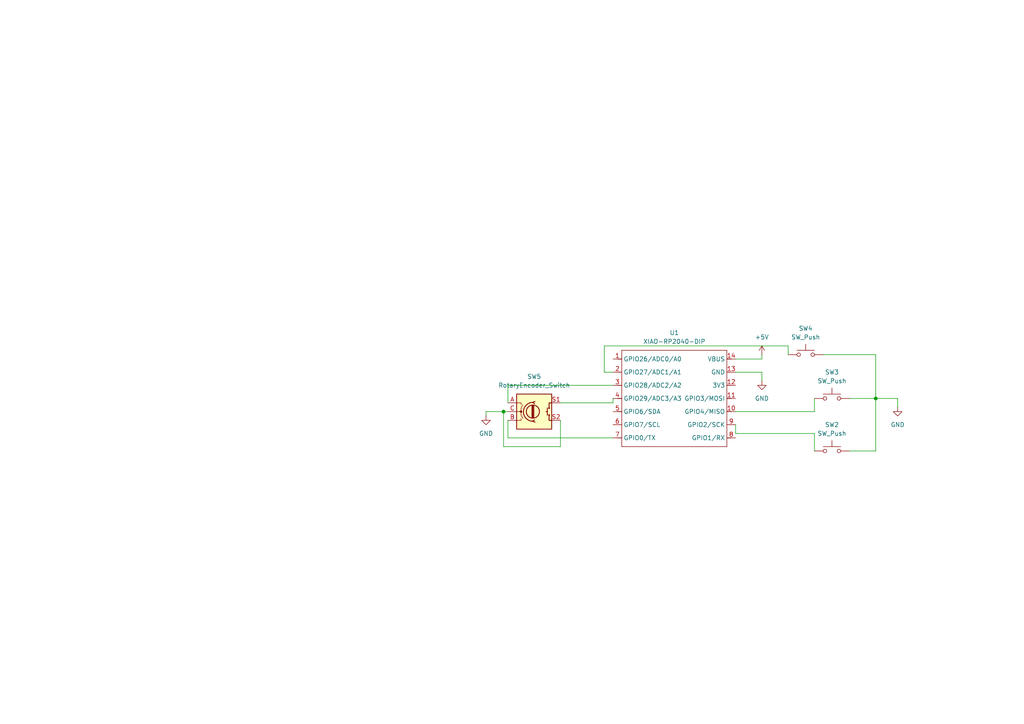
<source format=kicad_sch>
(kicad_sch
	(version 20231120)
	(generator "eeschema")
	(generator_version "8.0")
	(uuid "e93d1a85-ed78-4777-b6c3-d9d128fe0685")
	(paper "A4")
	(lib_symbols
		(symbol "Device:RotaryEncoder_Switch"
			(pin_names
				(offset 0.254) hide)
			(exclude_from_sim no)
			(in_bom yes)
			(on_board yes)
			(property "Reference" "SW"
				(at 0 6.604 0)
				(effects
					(font
						(size 1.27 1.27)
					)
				)
			)
			(property "Value" "RotaryEncoder_Switch"
				(at 0 -6.604 0)
				(effects
					(font
						(size 1.27 1.27)
					)
				)
			)
			(property "Footprint" ""
				(at -3.81 4.064 0)
				(effects
					(font
						(size 1.27 1.27)
					)
					(hide yes)
				)
			)
			(property "Datasheet" "~"
				(at 0 6.604 0)
				(effects
					(font
						(size 1.27 1.27)
					)
					(hide yes)
				)
			)
			(property "Description" "Rotary encoder, dual channel, incremental quadrate outputs, with switch"
				(at 0 0 0)
				(effects
					(font
						(size 1.27 1.27)
					)
					(hide yes)
				)
			)
			(property "ki_keywords" "rotary switch encoder switch push button"
				(at 0 0 0)
				(effects
					(font
						(size 1.27 1.27)
					)
					(hide yes)
				)
			)
			(property "ki_fp_filters" "RotaryEncoder*Switch*"
				(at 0 0 0)
				(effects
					(font
						(size 1.27 1.27)
					)
					(hide yes)
				)
			)
			(symbol "RotaryEncoder_Switch_0_1"
				(rectangle
					(start -5.08 5.08)
					(end 5.08 -5.08)
					(stroke
						(width 0.254)
						(type default)
					)
					(fill
						(type background)
					)
				)
				(circle
					(center -3.81 0)
					(radius 0.254)
					(stroke
						(width 0)
						(type default)
					)
					(fill
						(type outline)
					)
				)
				(circle
					(center -0.381 0)
					(radius 1.905)
					(stroke
						(width 0.254)
						(type default)
					)
					(fill
						(type none)
					)
				)
				(arc
					(start -0.381 2.667)
					(mid -3.0988 -0.0635)
					(end -0.381 -2.794)
					(stroke
						(width 0.254)
						(type default)
					)
					(fill
						(type none)
					)
				)
				(polyline
					(pts
						(xy -0.635 -1.778) (xy -0.635 1.778)
					)
					(stroke
						(width 0.254)
						(type default)
					)
					(fill
						(type none)
					)
				)
				(polyline
					(pts
						(xy -0.381 -1.778) (xy -0.381 1.778)
					)
					(stroke
						(width 0.254)
						(type default)
					)
					(fill
						(type none)
					)
				)
				(polyline
					(pts
						(xy -0.127 1.778) (xy -0.127 -1.778)
					)
					(stroke
						(width 0.254)
						(type default)
					)
					(fill
						(type none)
					)
				)
				(polyline
					(pts
						(xy 3.81 0) (xy 3.429 0)
					)
					(stroke
						(width 0.254)
						(type default)
					)
					(fill
						(type none)
					)
				)
				(polyline
					(pts
						(xy 3.81 1.016) (xy 3.81 -1.016)
					)
					(stroke
						(width 0.254)
						(type default)
					)
					(fill
						(type none)
					)
				)
				(polyline
					(pts
						(xy -5.08 -2.54) (xy -3.81 -2.54) (xy -3.81 -2.032)
					)
					(stroke
						(width 0)
						(type default)
					)
					(fill
						(type none)
					)
				)
				(polyline
					(pts
						(xy -5.08 2.54) (xy -3.81 2.54) (xy -3.81 2.032)
					)
					(stroke
						(width 0)
						(type default)
					)
					(fill
						(type none)
					)
				)
				(polyline
					(pts
						(xy 0.254 -3.048) (xy -0.508 -2.794) (xy 0.127 -2.413)
					)
					(stroke
						(width 0.254)
						(type default)
					)
					(fill
						(type none)
					)
				)
				(polyline
					(pts
						(xy 0.254 2.921) (xy -0.508 2.667) (xy 0.127 2.286)
					)
					(stroke
						(width 0.254)
						(type default)
					)
					(fill
						(type none)
					)
				)
				(polyline
					(pts
						(xy 5.08 -2.54) (xy 4.318 -2.54) (xy 4.318 -1.016)
					)
					(stroke
						(width 0.254)
						(type default)
					)
					(fill
						(type none)
					)
				)
				(polyline
					(pts
						(xy 5.08 2.54) (xy 4.318 2.54) (xy 4.318 1.016)
					)
					(stroke
						(width 0.254)
						(type default)
					)
					(fill
						(type none)
					)
				)
				(polyline
					(pts
						(xy -5.08 0) (xy -3.81 0) (xy -3.81 -1.016) (xy -3.302 -2.032)
					)
					(stroke
						(width 0)
						(type default)
					)
					(fill
						(type none)
					)
				)
				(polyline
					(pts
						(xy -4.318 0) (xy -3.81 0) (xy -3.81 1.016) (xy -3.302 2.032)
					)
					(stroke
						(width 0)
						(type default)
					)
					(fill
						(type none)
					)
				)
				(circle
					(center 4.318 -1.016)
					(radius 0.127)
					(stroke
						(width 0.254)
						(type default)
					)
					(fill
						(type none)
					)
				)
				(circle
					(center 4.318 1.016)
					(radius 0.127)
					(stroke
						(width 0.254)
						(type default)
					)
					(fill
						(type none)
					)
				)
			)
			(symbol "RotaryEncoder_Switch_1_1"
				(pin passive line
					(at -7.62 2.54 0)
					(length 2.54)
					(name "A"
						(effects
							(font
								(size 1.27 1.27)
							)
						)
					)
					(number "A"
						(effects
							(font
								(size 1.27 1.27)
							)
						)
					)
				)
				(pin passive line
					(at -7.62 -2.54 0)
					(length 2.54)
					(name "B"
						(effects
							(font
								(size 1.27 1.27)
							)
						)
					)
					(number "B"
						(effects
							(font
								(size 1.27 1.27)
							)
						)
					)
				)
				(pin passive line
					(at -7.62 0 0)
					(length 2.54)
					(name "C"
						(effects
							(font
								(size 1.27 1.27)
							)
						)
					)
					(number "C"
						(effects
							(font
								(size 1.27 1.27)
							)
						)
					)
				)
				(pin passive line
					(at 7.62 2.54 180)
					(length 2.54)
					(name "S1"
						(effects
							(font
								(size 1.27 1.27)
							)
						)
					)
					(number "S1"
						(effects
							(font
								(size 1.27 1.27)
							)
						)
					)
				)
				(pin passive line
					(at 7.62 -2.54 180)
					(length 2.54)
					(name "S2"
						(effects
							(font
								(size 1.27 1.27)
							)
						)
					)
					(number "S2"
						(effects
							(font
								(size 1.27 1.27)
							)
						)
					)
				)
			)
		)
		(symbol "Seeed_Studio_XIAO_Series:XIAO-RP2040-DIP"
			(exclude_from_sim no)
			(in_bom yes)
			(on_board yes)
			(property "Reference" "U"
				(at 0 0 0)
				(effects
					(font
						(size 1.27 1.27)
					)
				)
			)
			(property "Value" "XIAO-RP2040-DIP"
				(at 5.334 -1.778 0)
				(effects
					(font
						(size 1.27 1.27)
					)
				)
			)
			(property "Footprint" "Module:MOUDLE14P-XIAO-DIP-SMD"
				(at 14.478 -32.258 0)
				(effects
					(font
						(size 1.27 1.27)
					)
					(hide yes)
				)
			)
			(property "Datasheet" ""
				(at 0 0 0)
				(effects
					(font
						(size 1.27 1.27)
					)
					(hide yes)
				)
			)
			(property "Description" ""
				(at 0 0 0)
				(effects
					(font
						(size 1.27 1.27)
					)
					(hide yes)
				)
			)
			(symbol "XIAO-RP2040-DIP_1_0"
				(polyline
					(pts
						(xy -1.27 -30.48) (xy -1.27 -16.51)
					)
					(stroke
						(width 0.1524)
						(type solid)
					)
					(fill
						(type none)
					)
				)
				(polyline
					(pts
						(xy -1.27 -27.94) (xy -2.54 -27.94)
					)
					(stroke
						(width 0.1524)
						(type solid)
					)
					(fill
						(type none)
					)
				)
				(polyline
					(pts
						(xy -1.27 -24.13) (xy -2.54 -24.13)
					)
					(stroke
						(width 0.1524)
						(type solid)
					)
					(fill
						(type none)
					)
				)
				(polyline
					(pts
						(xy -1.27 -20.32) (xy -2.54 -20.32)
					)
					(stroke
						(width 0.1524)
						(type solid)
					)
					(fill
						(type none)
					)
				)
				(polyline
					(pts
						(xy -1.27 -16.51) (xy -2.54 -16.51)
					)
					(stroke
						(width 0.1524)
						(type solid)
					)
					(fill
						(type none)
					)
				)
				(polyline
					(pts
						(xy -1.27 -16.51) (xy -1.27 -12.7)
					)
					(stroke
						(width 0.1524)
						(type solid)
					)
					(fill
						(type none)
					)
				)
				(polyline
					(pts
						(xy -1.27 -12.7) (xy -2.54 -12.7)
					)
					(stroke
						(width 0.1524)
						(type solid)
					)
					(fill
						(type none)
					)
				)
				(polyline
					(pts
						(xy -1.27 -12.7) (xy -1.27 -8.89)
					)
					(stroke
						(width 0.1524)
						(type solid)
					)
					(fill
						(type none)
					)
				)
				(polyline
					(pts
						(xy -1.27 -8.89) (xy -2.54 -8.89)
					)
					(stroke
						(width 0.1524)
						(type solid)
					)
					(fill
						(type none)
					)
				)
				(polyline
					(pts
						(xy -1.27 -8.89) (xy -1.27 -5.08)
					)
					(stroke
						(width 0.1524)
						(type solid)
					)
					(fill
						(type none)
					)
				)
				(polyline
					(pts
						(xy -1.27 -5.08) (xy -2.54 -5.08)
					)
					(stroke
						(width 0.1524)
						(type solid)
					)
					(fill
						(type none)
					)
				)
				(polyline
					(pts
						(xy -1.27 -5.08) (xy -1.27 -2.54)
					)
					(stroke
						(width 0.1524)
						(type solid)
					)
					(fill
						(type none)
					)
				)
				(polyline
					(pts
						(xy -1.27 -2.54) (xy 29.21 -2.54)
					)
					(stroke
						(width 0.1524)
						(type solid)
					)
					(fill
						(type none)
					)
				)
				(polyline
					(pts
						(xy 29.21 -30.48) (xy -1.27 -30.48)
					)
					(stroke
						(width 0.1524)
						(type solid)
					)
					(fill
						(type none)
					)
				)
				(polyline
					(pts
						(xy 29.21 -12.7) (xy 29.21 -30.48)
					)
					(stroke
						(width 0.1524)
						(type solid)
					)
					(fill
						(type none)
					)
				)
				(polyline
					(pts
						(xy 29.21 -8.89) (xy 29.21 -12.7)
					)
					(stroke
						(width 0.1524)
						(type solid)
					)
					(fill
						(type none)
					)
				)
				(polyline
					(pts
						(xy 29.21 -5.08) (xy 29.21 -8.89)
					)
					(stroke
						(width 0.1524)
						(type solid)
					)
					(fill
						(type none)
					)
				)
				(polyline
					(pts
						(xy 29.21 -2.54) (xy 29.21 -5.08)
					)
					(stroke
						(width 0.1524)
						(type solid)
					)
					(fill
						(type none)
					)
				)
				(polyline
					(pts
						(xy 30.48 -27.94) (xy 29.21 -27.94)
					)
					(stroke
						(width 0.1524)
						(type solid)
					)
					(fill
						(type none)
					)
				)
				(polyline
					(pts
						(xy 30.48 -24.13) (xy 29.21 -24.13)
					)
					(stroke
						(width 0.1524)
						(type solid)
					)
					(fill
						(type none)
					)
				)
				(polyline
					(pts
						(xy 30.48 -20.32) (xy 29.21 -20.32)
					)
					(stroke
						(width 0.1524)
						(type solid)
					)
					(fill
						(type none)
					)
				)
				(polyline
					(pts
						(xy 30.48 -16.51) (xy 29.21 -16.51)
					)
					(stroke
						(width 0.1524)
						(type solid)
					)
					(fill
						(type none)
					)
				)
				(polyline
					(pts
						(xy 30.48 -12.7) (xy 29.21 -12.7)
					)
					(stroke
						(width 0.1524)
						(type solid)
					)
					(fill
						(type none)
					)
				)
				(polyline
					(pts
						(xy 30.48 -8.89) (xy 29.21 -8.89)
					)
					(stroke
						(width 0.1524)
						(type solid)
					)
					(fill
						(type none)
					)
				)
				(polyline
					(pts
						(xy 30.48 -5.08) (xy 29.21 -5.08)
					)
					(stroke
						(width 0.1524)
						(type solid)
					)
					(fill
						(type none)
					)
				)
				(pin passive line
					(at -3.81 -5.08 0)
					(length 2.54)
					(name "GPIO26/ADC0/A0"
						(effects
							(font
								(size 1.27 1.27)
							)
						)
					)
					(number "1"
						(effects
							(font
								(size 1.27 1.27)
							)
						)
					)
				)
				(pin passive line
					(at 31.75 -20.32 180)
					(length 2.54)
					(name "GPIO4/MISO"
						(effects
							(font
								(size 1.27 1.27)
							)
						)
					)
					(number "10"
						(effects
							(font
								(size 1.27 1.27)
							)
						)
					)
				)
				(pin passive line
					(at 31.75 -16.51 180)
					(length 2.54)
					(name "GPIO3/MOSI"
						(effects
							(font
								(size 1.27 1.27)
							)
						)
					)
					(number "11"
						(effects
							(font
								(size 1.27 1.27)
							)
						)
					)
				)
				(pin passive line
					(at 31.75 -12.7 180)
					(length 2.54)
					(name "3V3"
						(effects
							(font
								(size 1.27 1.27)
							)
						)
					)
					(number "12"
						(effects
							(font
								(size 1.27 1.27)
							)
						)
					)
				)
				(pin passive line
					(at 31.75 -8.89 180)
					(length 2.54)
					(name "GND"
						(effects
							(font
								(size 1.27 1.27)
							)
						)
					)
					(number "13"
						(effects
							(font
								(size 1.27 1.27)
							)
						)
					)
				)
				(pin passive line
					(at 31.75 -5.08 180)
					(length 2.54)
					(name "VBUS"
						(effects
							(font
								(size 1.27 1.27)
							)
						)
					)
					(number "14"
						(effects
							(font
								(size 1.27 1.27)
							)
						)
					)
				)
				(pin passive line
					(at -3.81 -8.89 0)
					(length 2.54)
					(name "GPIO27/ADC1/A1"
						(effects
							(font
								(size 1.27 1.27)
							)
						)
					)
					(number "2"
						(effects
							(font
								(size 1.27 1.27)
							)
						)
					)
				)
				(pin passive line
					(at -3.81 -12.7 0)
					(length 2.54)
					(name "GPIO28/ADC2/A2"
						(effects
							(font
								(size 1.27 1.27)
							)
						)
					)
					(number "3"
						(effects
							(font
								(size 1.27 1.27)
							)
						)
					)
				)
				(pin passive line
					(at -3.81 -16.51 0)
					(length 2.54)
					(name "GPIO29/ADC3/A3"
						(effects
							(font
								(size 1.27 1.27)
							)
						)
					)
					(number "4"
						(effects
							(font
								(size 1.27 1.27)
							)
						)
					)
				)
				(pin passive line
					(at -3.81 -20.32 0)
					(length 2.54)
					(name "GPIO6/SDA"
						(effects
							(font
								(size 1.27 1.27)
							)
						)
					)
					(number "5"
						(effects
							(font
								(size 1.27 1.27)
							)
						)
					)
				)
				(pin passive line
					(at -3.81 -24.13 0)
					(length 2.54)
					(name "GPIO7/SCL"
						(effects
							(font
								(size 1.27 1.27)
							)
						)
					)
					(number "6"
						(effects
							(font
								(size 1.27 1.27)
							)
						)
					)
				)
				(pin passive line
					(at -3.81 -27.94 0)
					(length 2.54)
					(name "GPIO0/TX"
						(effects
							(font
								(size 1.27 1.27)
							)
						)
					)
					(number "7"
						(effects
							(font
								(size 1.27 1.27)
							)
						)
					)
				)
				(pin passive line
					(at 31.75 -27.94 180)
					(length 2.54)
					(name "GPIO1/RX"
						(effects
							(font
								(size 1.27 1.27)
							)
						)
					)
					(number "8"
						(effects
							(font
								(size 1.27 1.27)
							)
						)
					)
				)
				(pin passive line
					(at 31.75 -24.13 180)
					(length 2.54)
					(name "GPIO2/SCK"
						(effects
							(font
								(size 1.27 1.27)
							)
						)
					)
					(number "9"
						(effects
							(font
								(size 1.27 1.27)
							)
						)
					)
				)
			)
		)
		(symbol "Switch:SW_Push"
			(pin_numbers hide)
			(pin_names
				(offset 1.016) hide)
			(exclude_from_sim no)
			(in_bom yes)
			(on_board yes)
			(property "Reference" "SW"
				(at 1.27 2.54 0)
				(effects
					(font
						(size 1.27 1.27)
					)
					(justify left)
				)
			)
			(property "Value" "SW_Push"
				(at 0 -1.524 0)
				(effects
					(font
						(size 1.27 1.27)
					)
				)
			)
			(property "Footprint" ""
				(at 0 5.08 0)
				(effects
					(font
						(size 1.27 1.27)
					)
					(hide yes)
				)
			)
			(property "Datasheet" "~"
				(at 0 5.08 0)
				(effects
					(font
						(size 1.27 1.27)
					)
					(hide yes)
				)
			)
			(property "Description" "Push button switch, generic, two pins"
				(at 0 0 0)
				(effects
					(font
						(size 1.27 1.27)
					)
					(hide yes)
				)
			)
			(property "ki_keywords" "switch normally-open pushbutton push-button"
				(at 0 0 0)
				(effects
					(font
						(size 1.27 1.27)
					)
					(hide yes)
				)
			)
			(symbol "SW_Push_0_1"
				(circle
					(center -2.032 0)
					(radius 0.508)
					(stroke
						(width 0)
						(type default)
					)
					(fill
						(type none)
					)
				)
				(polyline
					(pts
						(xy 0 1.27) (xy 0 3.048)
					)
					(stroke
						(width 0)
						(type default)
					)
					(fill
						(type none)
					)
				)
				(polyline
					(pts
						(xy 2.54 1.27) (xy -2.54 1.27)
					)
					(stroke
						(width 0)
						(type default)
					)
					(fill
						(type none)
					)
				)
				(circle
					(center 2.032 0)
					(radius 0.508)
					(stroke
						(width 0)
						(type default)
					)
					(fill
						(type none)
					)
				)
				(pin passive line
					(at -5.08 0 0)
					(length 2.54)
					(name "1"
						(effects
							(font
								(size 1.27 1.27)
							)
						)
					)
					(number "1"
						(effects
							(font
								(size 1.27 1.27)
							)
						)
					)
				)
				(pin passive line
					(at 5.08 0 180)
					(length 2.54)
					(name "2"
						(effects
							(font
								(size 1.27 1.27)
							)
						)
					)
					(number "2"
						(effects
							(font
								(size 1.27 1.27)
							)
						)
					)
				)
			)
		)
		(symbol "power:+5V"
			(power)
			(pin_numbers hide)
			(pin_names
				(offset 0) hide)
			(exclude_from_sim no)
			(in_bom yes)
			(on_board yes)
			(property "Reference" "#PWR"
				(at 0 -3.81 0)
				(effects
					(font
						(size 1.27 1.27)
					)
					(hide yes)
				)
			)
			(property "Value" "+5V"
				(at 0 3.556 0)
				(effects
					(font
						(size 1.27 1.27)
					)
				)
			)
			(property "Footprint" ""
				(at 0 0 0)
				(effects
					(font
						(size 1.27 1.27)
					)
					(hide yes)
				)
			)
			(property "Datasheet" ""
				(at 0 0 0)
				(effects
					(font
						(size 1.27 1.27)
					)
					(hide yes)
				)
			)
			(property "Description" "Power symbol creates a global label with name \"+5V\""
				(at 0 0 0)
				(effects
					(font
						(size 1.27 1.27)
					)
					(hide yes)
				)
			)
			(property "ki_keywords" "global power"
				(at 0 0 0)
				(effects
					(font
						(size 1.27 1.27)
					)
					(hide yes)
				)
			)
			(symbol "+5V_0_1"
				(polyline
					(pts
						(xy -0.762 1.27) (xy 0 2.54)
					)
					(stroke
						(width 0)
						(type default)
					)
					(fill
						(type none)
					)
				)
				(polyline
					(pts
						(xy 0 0) (xy 0 2.54)
					)
					(stroke
						(width 0)
						(type default)
					)
					(fill
						(type none)
					)
				)
				(polyline
					(pts
						(xy 0 2.54) (xy 0.762 1.27)
					)
					(stroke
						(width 0)
						(type default)
					)
					(fill
						(type none)
					)
				)
			)
			(symbol "+5V_1_1"
				(pin power_in line
					(at 0 0 90)
					(length 0)
					(name "~"
						(effects
							(font
								(size 1.27 1.27)
							)
						)
					)
					(number "1"
						(effects
							(font
								(size 1.27 1.27)
							)
						)
					)
				)
			)
		)
		(symbol "power:GND"
			(power)
			(pin_numbers hide)
			(pin_names
				(offset 0) hide)
			(exclude_from_sim no)
			(in_bom yes)
			(on_board yes)
			(property "Reference" "#PWR"
				(at 0 -6.35 0)
				(effects
					(font
						(size 1.27 1.27)
					)
					(hide yes)
				)
			)
			(property "Value" "GND"
				(at 0 -3.81 0)
				(effects
					(font
						(size 1.27 1.27)
					)
				)
			)
			(property "Footprint" ""
				(at 0 0 0)
				(effects
					(font
						(size 1.27 1.27)
					)
					(hide yes)
				)
			)
			(property "Datasheet" ""
				(at 0 0 0)
				(effects
					(font
						(size 1.27 1.27)
					)
					(hide yes)
				)
			)
			(property "Description" "Power symbol creates a global label with name \"GND\" , ground"
				(at 0 0 0)
				(effects
					(font
						(size 1.27 1.27)
					)
					(hide yes)
				)
			)
			(property "ki_keywords" "global power"
				(at 0 0 0)
				(effects
					(font
						(size 1.27 1.27)
					)
					(hide yes)
				)
			)
			(symbol "GND_0_1"
				(polyline
					(pts
						(xy 0 0) (xy 0 -1.27) (xy 1.27 -1.27) (xy 0 -2.54) (xy -1.27 -1.27) (xy 0 -1.27)
					)
					(stroke
						(width 0)
						(type default)
					)
					(fill
						(type none)
					)
				)
			)
			(symbol "GND_1_1"
				(pin power_in line
					(at 0 0 270)
					(length 0)
					(name "~"
						(effects
							(font
								(size 1.27 1.27)
							)
						)
					)
					(number "1"
						(effects
							(font
								(size 1.27 1.27)
							)
						)
					)
				)
			)
		)
	)
	(junction
		(at 146.05 119.38)
		(diameter 0)
		(color 0 0 0 0)
		(uuid "736fb9f9-09e8-48c2-a7e4-cc876009f653")
	)
	(junction
		(at 254 115.57)
		(diameter 0)
		(color 0 0 0 0)
		(uuid "858ea960-9474-4f93-ae55-c2df6c85aa03")
	)
	(wire
		(pts
			(xy 228.6 100.33) (xy 175.26 100.33)
		)
		(stroke
			(width 0)
			(type default)
		)
		(uuid "0767fbd9-1709-438e-aa65-524e44537e8c")
	)
	(wire
		(pts
			(xy 254 102.87) (xy 254 115.57)
		)
		(stroke
			(width 0)
			(type default)
		)
		(uuid "0a8b565e-126f-4176-9220-98024375ece3")
	)
	(wire
		(pts
			(xy 236.22 119.38) (xy 213.36 119.38)
		)
		(stroke
			(width 0)
			(type default)
		)
		(uuid "0cd57a1f-71f4-43d5-a7f0-c144c515ae2d")
	)
	(wire
		(pts
			(xy 146.05 119.38) (xy 140.97 119.38)
		)
		(stroke
			(width 0)
			(type default)
		)
		(uuid "188134da-5d78-4a04-81eb-c9ae7b9a17d8")
	)
	(wire
		(pts
			(xy 228.6 102.87) (xy 228.6 100.33)
		)
		(stroke
			(width 0)
			(type default)
		)
		(uuid "189f4059-1702-45a2-91b0-a8cb4ec3a87a")
	)
	(wire
		(pts
			(xy 254 115.57) (xy 260.35 115.57)
		)
		(stroke
			(width 0)
			(type default)
		)
		(uuid "1bbc0257-b4d7-4912-9f28-0fb8a7551dd6")
	)
	(wire
		(pts
			(xy 236.22 130.81) (xy 236.22 125.73)
		)
		(stroke
			(width 0)
			(type default)
		)
		(uuid "23cc84b8-7111-45a1-81cf-8225f4d39e96")
	)
	(wire
		(pts
			(xy 162.56 121.92) (xy 162.56 129.54)
		)
		(stroke
			(width 0)
			(type default)
		)
		(uuid "2aaa9863-42fe-4d0e-957f-e4fd2f0da69e")
	)
	(wire
		(pts
			(xy 175.26 107.95) (xy 177.8 107.95)
		)
		(stroke
			(width 0)
			(type default)
		)
		(uuid "39d4dc6d-b00e-4662-9a9a-4fe86c079a68")
	)
	(wire
		(pts
			(xy 254 102.87) (xy 238.76 102.87)
		)
		(stroke
			(width 0)
			(type default)
		)
		(uuid "3dd9b95a-5d4b-49dc-9d48-4bfe3c02950c")
	)
	(wire
		(pts
			(xy 147.32 119.38) (xy 146.05 119.38)
		)
		(stroke
			(width 0)
			(type default)
		)
		(uuid "44999a9a-1bd1-4b5b-8ccc-7d891ce19d57")
	)
	(wire
		(pts
			(xy 162.56 116.84) (xy 177.8 116.84)
		)
		(stroke
			(width 0)
			(type default)
		)
		(uuid "4f1693f3-978a-435a-aab1-76836b7d3382")
	)
	(wire
		(pts
			(xy 147.32 127) (xy 177.8 127)
		)
		(stroke
			(width 0)
			(type default)
		)
		(uuid "50589bfa-ad21-441d-98db-f05f925285f9")
	)
	(wire
		(pts
			(xy 147.32 111.76) (xy 177.8 111.76)
		)
		(stroke
			(width 0)
			(type default)
		)
		(uuid "6cae169d-199f-4d83-9b1e-248b95cb4bb4")
	)
	(wire
		(pts
			(xy 213.36 104.14) (xy 220.98 104.14)
		)
		(stroke
			(width 0)
			(type default)
		)
		(uuid "89a86ed3-601e-4b7b-8d18-802cad4b3441")
	)
	(wire
		(pts
			(xy 213.36 125.73) (xy 213.36 123.19)
		)
		(stroke
			(width 0)
			(type default)
		)
		(uuid "89ffca4e-12b3-465c-92e2-10041756d48e")
	)
	(wire
		(pts
			(xy 236.22 115.57) (xy 236.22 119.38)
		)
		(stroke
			(width 0)
			(type default)
		)
		(uuid "8ef4822f-f37f-4171-bf0a-fe897bb48c75")
	)
	(wire
		(pts
			(xy 175.26 100.33) (xy 175.26 107.95)
		)
		(stroke
			(width 0)
			(type default)
		)
		(uuid "9323695a-1af5-4053-a7b8-eac58b397b5d")
	)
	(wire
		(pts
			(xy 254 115.57) (xy 254 130.81)
		)
		(stroke
			(width 0)
			(type default)
		)
		(uuid "93ed2627-348c-4ad8-83ee-8a99eed238e7")
	)
	(wire
		(pts
			(xy 220.98 102.87) (xy 220.98 104.14)
		)
		(stroke
			(width 0)
			(type default)
		)
		(uuid "9cf3d864-7d82-486a-83e1-64649ac080a5")
	)
	(wire
		(pts
			(xy 147.32 121.92) (xy 147.32 127)
		)
		(stroke
			(width 0)
			(type default)
		)
		(uuid "9f7bc5ae-f293-49c9-93a7-68b030d0358f")
	)
	(wire
		(pts
			(xy 162.56 129.54) (xy 146.05 129.54)
		)
		(stroke
			(width 0)
			(type default)
		)
		(uuid "a430bf46-caf4-47ab-bc06-caee835b2f28")
	)
	(wire
		(pts
			(xy 246.38 115.57) (xy 254 115.57)
		)
		(stroke
			(width 0)
			(type default)
		)
		(uuid "a47341e7-9d88-45c0-bc5b-437fc4dde4dd")
	)
	(wire
		(pts
			(xy 246.38 130.81) (xy 254 130.81)
		)
		(stroke
			(width 0)
			(type default)
		)
		(uuid "ae7cf4af-cc50-49ef-ad24-81ef654d043d")
	)
	(wire
		(pts
			(xy 236.22 125.73) (xy 213.36 125.73)
		)
		(stroke
			(width 0)
			(type default)
		)
		(uuid "bc5009f8-2656-40fa-ab42-d28d445a0a2b")
	)
	(wire
		(pts
			(xy 213.36 107.95) (xy 220.98 107.95)
		)
		(stroke
			(width 0)
			(type default)
		)
		(uuid "bc54a072-1dd7-4dae-bf45-7e74c1384f63")
	)
	(wire
		(pts
			(xy 146.05 129.54) (xy 146.05 119.38)
		)
		(stroke
			(width 0)
			(type default)
		)
		(uuid "c5ef1e8b-5af0-423d-ab64-e37769ba1095")
	)
	(wire
		(pts
			(xy 177.8 116.84) (xy 177.8 115.57)
		)
		(stroke
			(width 0)
			(type default)
		)
		(uuid "c71d373b-a366-4d37-912a-a099beb012a8")
	)
	(wire
		(pts
			(xy 220.98 107.95) (xy 220.98 110.49)
		)
		(stroke
			(width 0)
			(type default)
		)
		(uuid "d09b479d-6ed9-4601-853b-6cf3d3621967")
	)
	(wire
		(pts
			(xy 260.35 115.57) (xy 260.35 118.11)
		)
		(stroke
			(width 0)
			(type default)
		)
		(uuid "d3c198c2-3794-4e43-8050-650b9e306ceb")
	)
	(wire
		(pts
			(xy 140.97 119.38) (xy 140.97 120.65)
		)
		(stroke
			(width 0)
			(type default)
		)
		(uuid "e22b368d-8f6d-43f6-845d-3cd6079f06d5")
	)
	(wire
		(pts
			(xy 147.32 116.84) (xy 147.32 111.76)
		)
		(stroke
			(width 0)
			(type default)
		)
		(uuid "e5891db1-0538-49bd-91e3-8666545264b2")
	)
	(symbol
		(lib_id "power:GND")
		(at 140.97 120.65 0)
		(unit 1)
		(exclude_from_sim no)
		(in_bom yes)
		(on_board yes)
		(dnp no)
		(fields_autoplaced yes)
		(uuid "240c3500-130b-4d1e-8a8b-51c90769ddd8")
		(property "Reference" "#PWR03"
			(at 140.97 127 0)
			(effects
				(font
					(size 1.27 1.27)
				)
				(hide yes)
			)
		)
		(property "Value" "GND"
			(at 140.97 125.73 0)
			(effects
				(font
					(size 1.27 1.27)
				)
			)
		)
		(property "Footprint" ""
			(at 140.97 120.65 0)
			(effects
				(font
					(size 1.27 1.27)
				)
				(hide yes)
			)
		)
		(property "Datasheet" ""
			(at 140.97 120.65 0)
			(effects
				(font
					(size 1.27 1.27)
				)
				(hide yes)
			)
		)
		(property "Description" "Power symbol creates a global label with name \"GND\" , ground"
			(at 140.97 120.65 0)
			(effects
				(font
					(size 1.27 1.27)
				)
				(hide yes)
			)
		)
		(pin "1"
			(uuid "4131a15d-145f-4071-b11e-5dc91fc43b10")
		)
		(instances
			(project ""
				(path "/e93d1a85-ed78-4777-b6c3-d9d128fe0685"
					(reference "#PWR03")
					(unit 1)
				)
			)
		)
	)
	(symbol
		(lib_id "Seeed_Studio_XIAO_Series:XIAO-RP2040-DIP")
		(at 181.61 99.06 0)
		(unit 1)
		(exclude_from_sim no)
		(in_bom yes)
		(on_board yes)
		(dnp no)
		(fields_autoplaced yes)
		(uuid "4122cd1f-abde-416b-a25b-01d7107f9fc6")
		(property "Reference" "U1"
			(at 195.58 96.52 0)
			(effects
				(font
					(size 1.27 1.27)
				)
			)
		)
		(property "Value" "XIAO-RP2040-DIP"
			(at 195.58 99.06 0)
			(effects
				(font
					(size 1.27 1.27)
				)
			)
		)
		(property "Footprint" "Seeed Studio XIAO Series Library:XIAO-RP2040-DIP"
			(at 196.088 131.318 0)
			(effects
				(font
					(size 1.27 1.27)
				)
				(hide yes)
			)
		)
		(property "Datasheet" ""
			(at 181.61 99.06 0)
			(effects
				(font
					(size 1.27 1.27)
				)
				(hide yes)
			)
		)
		(property "Description" ""
			(at 181.61 99.06 0)
			(effects
				(font
					(size 1.27 1.27)
				)
				(hide yes)
			)
		)
		(pin "5"
			(uuid "b9a65eb9-b22e-4649-90fe-aa56703ad713")
		)
		(pin "8"
			(uuid "fd0a90f7-a7c0-459b-bbb1-94072c91810b")
		)
		(pin "2"
			(uuid "9f7707c3-b6dd-475c-b09a-ccbe30434daa")
		)
		(pin "10"
			(uuid "dddfa05e-eb2d-4f17-9706-cc7cfcba3296")
		)
		(pin "14"
			(uuid "a6288bb7-597c-4009-ba64-b2e5c8d35702")
		)
		(pin "3"
			(uuid "d50c5d9f-6e0f-4e04-84b7-c8f15a1901a1")
		)
		(pin "9"
			(uuid "3cf8970b-9a2f-44ed-a9d9-e5c66398a7d8")
		)
		(pin "4"
			(uuid "a8a82514-03f8-405d-8dbb-c6c2352d13fe")
		)
		(pin "12"
			(uuid "75aeef9f-af78-4861-a7ed-77f9fa36ec2c")
		)
		(pin "7"
			(uuid "de86882f-22b7-4296-a053-1574d196ee1b")
		)
		(pin "6"
			(uuid "2b0adddf-7e06-4a0e-9906-622e94acffd0")
		)
		(pin "1"
			(uuid "ef07c1e6-f007-4f20-b896-c00935d13dc2")
		)
		(pin "13"
			(uuid "68e1619c-9a39-4754-bd08-3209da9bb8e3")
		)
		(pin "11"
			(uuid "d57ae717-3682-4adb-9607-89436c05839a")
		)
		(instances
			(project ""
				(path "/e93d1a85-ed78-4777-b6c3-d9d128fe0685"
					(reference "U1")
					(unit 1)
				)
			)
		)
	)
	(symbol
		(lib_id "Switch:SW_Push")
		(at 241.3 130.81 0)
		(unit 1)
		(exclude_from_sim no)
		(in_bom yes)
		(on_board yes)
		(dnp no)
		(fields_autoplaced yes)
		(uuid "471e4a38-3056-4a67-8fd4-43a182eb43a4")
		(property "Reference" "SW2"
			(at 241.3 123.19 0)
			(effects
				(font
					(size 1.27 1.27)
				)
			)
		)
		(property "Value" "SW_Push"
			(at 241.3 125.73 0)
			(effects
				(font
					(size 1.27 1.27)
				)
			)
		)
		(property "Footprint" "Button_Switch_Keyboard:SW_Cherry_MX_1.00u_PCB"
			(at 241.3 125.73 0)
			(effects
				(font
					(size 1.27 1.27)
				)
				(hide yes)
			)
		)
		(property "Datasheet" "~"
			(at 241.3 125.73 0)
			(effects
				(font
					(size 1.27 1.27)
				)
				(hide yes)
			)
		)
		(property "Description" "Push button switch, generic, two pins"
			(at 241.3 130.81 0)
			(effects
				(font
					(size 1.27 1.27)
				)
				(hide yes)
			)
		)
		(pin "1"
			(uuid "4ea17a84-b398-47d3-b460-14d7d6642dae")
		)
		(pin "2"
			(uuid "877e6a14-575f-4a07-a4ee-83e310488778")
		)
		(instances
			(project ""
				(path "/e93d1a85-ed78-4777-b6c3-d9d128fe0685"
					(reference "SW2")
					(unit 1)
				)
			)
		)
	)
	(symbol
		(lib_id "Switch:SW_Push")
		(at 241.3 115.57 0)
		(unit 1)
		(exclude_from_sim no)
		(in_bom yes)
		(on_board yes)
		(dnp no)
		(fields_autoplaced yes)
		(uuid "48e20950-79d1-4363-a5b0-dfd95714cdb9")
		(property "Reference" "SW3"
			(at 241.3 107.95 0)
			(effects
				(font
					(size 1.27 1.27)
				)
			)
		)
		(property "Value" "SW_Push"
			(at 241.3 110.49 0)
			(effects
				(font
					(size 1.27 1.27)
				)
			)
		)
		(property "Footprint" "Button_Switch_Keyboard:SW_Cherry_MX_1.00u_PCB"
			(at 241.3 110.49 0)
			(effects
				(font
					(size 1.27 1.27)
				)
				(hide yes)
			)
		)
		(property "Datasheet" "~"
			(at 241.3 110.49 0)
			(effects
				(font
					(size 1.27 1.27)
				)
				(hide yes)
			)
		)
		(property "Description" "Push button switch, generic, two pins"
			(at 241.3 115.57 0)
			(effects
				(font
					(size 1.27 1.27)
				)
				(hide yes)
			)
		)
		(pin "1"
			(uuid "fbcfc167-509e-4642-8527-a9b6b4ff729d")
		)
		(pin "2"
			(uuid "faefa1d6-e8aa-45c9-a3d7-43ec6d0e41b2")
		)
		(instances
			(project ""
				(path "/e93d1a85-ed78-4777-b6c3-d9d128fe0685"
					(reference "SW3")
					(unit 1)
				)
			)
		)
	)
	(symbol
		(lib_id "Switch:SW_Push")
		(at 233.68 102.87 0)
		(unit 1)
		(exclude_from_sim no)
		(in_bom yes)
		(on_board yes)
		(dnp no)
		(fields_autoplaced yes)
		(uuid "96c6da05-f3d2-4220-adea-b290fc99feeb")
		(property "Reference" "SW4"
			(at 233.68 95.25 0)
			(effects
				(font
					(size 1.27 1.27)
				)
			)
		)
		(property "Value" "SW_Push"
			(at 233.68 97.79 0)
			(effects
				(font
					(size 1.27 1.27)
				)
			)
		)
		(property "Footprint" "Button_Switch_Keyboard:SW_Cherry_MX_1.00u_PCB"
			(at 233.68 97.79 0)
			(effects
				(font
					(size 1.27 1.27)
				)
				(hide yes)
			)
		)
		(property "Datasheet" "~"
			(at 233.68 97.79 0)
			(effects
				(font
					(size 1.27 1.27)
				)
				(hide yes)
			)
		)
		(property "Description" "Push button switch, generic, two pins"
			(at 233.68 102.87 0)
			(effects
				(font
					(size 1.27 1.27)
				)
				(hide yes)
			)
		)
		(pin "2"
			(uuid "8f8f2321-d164-4d7d-a228-cc210d45d950")
		)
		(pin "1"
			(uuid "b42a8b3e-1a50-4d58-af5e-cf449bf9a7d7")
		)
		(instances
			(project ""
				(path "/e93d1a85-ed78-4777-b6c3-d9d128fe0685"
					(reference "SW4")
					(unit 1)
				)
			)
		)
	)
	(symbol
		(lib_id "power:+5V")
		(at 220.98 102.87 0)
		(unit 1)
		(exclude_from_sim no)
		(in_bom yes)
		(on_board yes)
		(dnp no)
		(fields_autoplaced yes)
		(uuid "ac03e23b-6161-48c0-8975-3475a719aa1b")
		(property "Reference" "#PWR04"
			(at 220.98 106.68 0)
			(effects
				(font
					(size 1.27 1.27)
				)
				(hide yes)
			)
		)
		(property "Value" "+5V"
			(at 220.98 97.79 0)
			(effects
				(font
					(size 1.27 1.27)
				)
			)
		)
		(property "Footprint" ""
			(at 220.98 102.87 0)
			(effects
				(font
					(size 1.27 1.27)
				)
				(hide yes)
			)
		)
		(property "Datasheet" ""
			(at 220.98 102.87 0)
			(effects
				(font
					(size 1.27 1.27)
				)
				(hide yes)
			)
		)
		(property "Description" "Power symbol creates a global label with name \"+5V\""
			(at 220.98 102.87 0)
			(effects
				(font
					(size 1.27 1.27)
				)
				(hide yes)
			)
		)
		(pin "1"
			(uuid "db59ae95-ef86-46a6-825c-8b64749e793a")
		)
		(instances
			(project ""
				(path "/e93d1a85-ed78-4777-b6c3-d9d128fe0685"
					(reference "#PWR04")
					(unit 1)
				)
			)
		)
	)
	(symbol
		(lib_id "power:GND")
		(at 260.35 118.11 0)
		(unit 1)
		(exclude_from_sim no)
		(in_bom yes)
		(on_board yes)
		(dnp no)
		(fields_autoplaced yes)
		(uuid "b32a6016-c7f8-4861-a6a0-7e8e899cb092")
		(property "Reference" "#PWR02"
			(at 260.35 124.46 0)
			(effects
				(font
					(size 1.27 1.27)
				)
				(hide yes)
			)
		)
		(property "Value" "GND"
			(at 260.35 123.19 0)
			(effects
				(font
					(size 1.27 1.27)
				)
			)
		)
		(property "Footprint" ""
			(at 260.35 118.11 0)
			(effects
				(font
					(size 1.27 1.27)
				)
				(hide yes)
			)
		)
		(property "Datasheet" ""
			(at 260.35 118.11 0)
			(effects
				(font
					(size 1.27 1.27)
				)
				(hide yes)
			)
		)
		(property "Description" "Power symbol creates a global label with name \"GND\" , ground"
			(at 260.35 118.11 0)
			(effects
				(font
					(size 1.27 1.27)
				)
				(hide yes)
			)
		)
		(pin "1"
			(uuid "6c2b4ade-53a3-42a5-8d6e-ff92db4e16fa")
		)
		(instances
			(project ""
				(path "/e93d1a85-ed78-4777-b6c3-d9d128fe0685"
					(reference "#PWR02")
					(unit 1)
				)
			)
		)
	)
	(symbol
		(lib_id "Device:RotaryEncoder_Switch")
		(at 154.94 119.38 0)
		(unit 1)
		(exclude_from_sim no)
		(in_bom yes)
		(on_board yes)
		(dnp no)
		(fields_autoplaced yes)
		(uuid "db8923c2-27d5-4c7f-a4f6-d2a7e6dc6e74")
		(property "Reference" "SW5"
			(at 154.94 109.22 0)
			(effects
				(font
					(size 1.27 1.27)
				)
			)
		)
		(property "Value" "RotaryEncoder_Switch"
			(at 154.94 111.76 0)
			(effects
				(font
					(size 1.27 1.27)
				)
			)
		)
		(property "Footprint" "Rotary_Encoder:RotaryEncoder_Alps_EC11E-Switch_Vertical_H20mm_CircularMountingHoles"
			(at 151.13 115.316 0)
			(effects
				(font
					(size 1.27 1.27)
				)
				(hide yes)
			)
		)
		(property "Datasheet" "~"
			(at 154.94 112.776 0)
			(effects
				(font
					(size 1.27 1.27)
				)
				(hide yes)
			)
		)
		(property "Description" "Rotary encoder, dual channel, incremental quadrate outputs, with switch"
			(at 154.94 119.38 0)
			(effects
				(font
					(size 1.27 1.27)
				)
				(hide yes)
			)
		)
		(pin "S1"
			(uuid "2b2cf671-95a3-4253-93fd-228bd9a52799")
		)
		(pin "C"
			(uuid "c5b67131-d083-4487-921a-82f39477c4e3")
		)
		(pin "A"
			(uuid "0fd95e7f-22eb-4178-b58e-c583163de49f")
		)
		(pin "S2"
			(uuid "c460c29a-9fce-4ed4-8013-0cf6a7acb642")
		)
		(pin "B"
			(uuid "bda14c04-26f3-4d2b-98ed-cf7bc436a002")
		)
		(instances
			(project ""
				(path "/e93d1a85-ed78-4777-b6c3-d9d128fe0685"
					(reference "SW5")
					(unit 1)
				)
			)
		)
	)
	(symbol
		(lib_id "power:GND")
		(at 220.98 110.49 0)
		(unit 1)
		(exclude_from_sim no)
		(in_bom yes)
		(on_board yes)
		(dnp no)
		(fields_autoplaced yes)
		(uuid "e7e867ed-3fd1-4041-892c-a8b69527f664")
		(property "Reference" "#PWR01"
			(at 220.98 116.84 0)
			(effects
				(font
					(size 1.27 1.27)
				)
				(hide yes)
			)
		)
		(property "Value" "GND"
			(at 220.98 115.57 0)
			(effects
				(font
					(size 1.27 1.27)
				)
			)
		)
		(property "Footprint" ""
			(at 220.98 110.49 0)
			(effects
				(font
					(size 1.27 1.27)
				)
				(hide yes)
			)
		)
		(property "Datasheet" ""
			(at 220.98 110.49 0)
			(effects
				(font
					(size 1.27 1.27)
				)
				(hide yes)
			)
		)
		(property "Description" "Power symbol creates a global label with name \"GND\" , ground"
			(at 220.98 110.49 0)
			(effects
				(font
					(size 1.27 1.27)
				)
				(hide yes)
			)
		)
		(pin "1"
			(uuid "aaa0defc-c66a-415a-8408-6506273d319a")
		)
		(instances
			(project ""
				(path "/e93d1a85-ed78-4777-b6c3-d9d128fe0685"
					(reference "#PWR01")
					(unit 1)
				)
			)
		)
	)
	(sheet_instances
		(path "/"
			(page "1")
		)
	)
)

</source>
